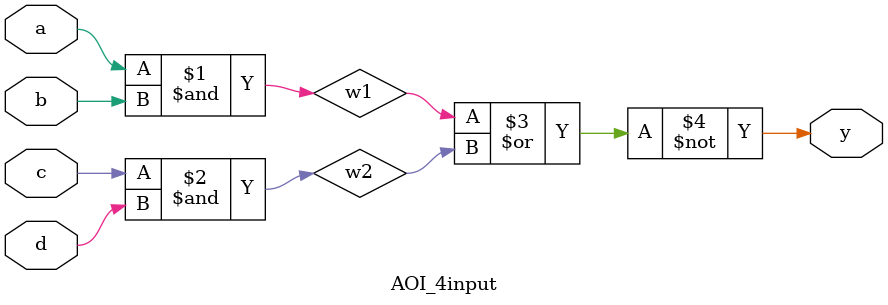
<source format=v>
`timescale 1ns / 1ps


module AOI_4input(output y, input a,b,c,d);
wire w1,w2;

//Logic
and A1(w1,a,b);
and A2(w2,c,d);
nor A3(y,w1,w2);

endmodule

</source>
